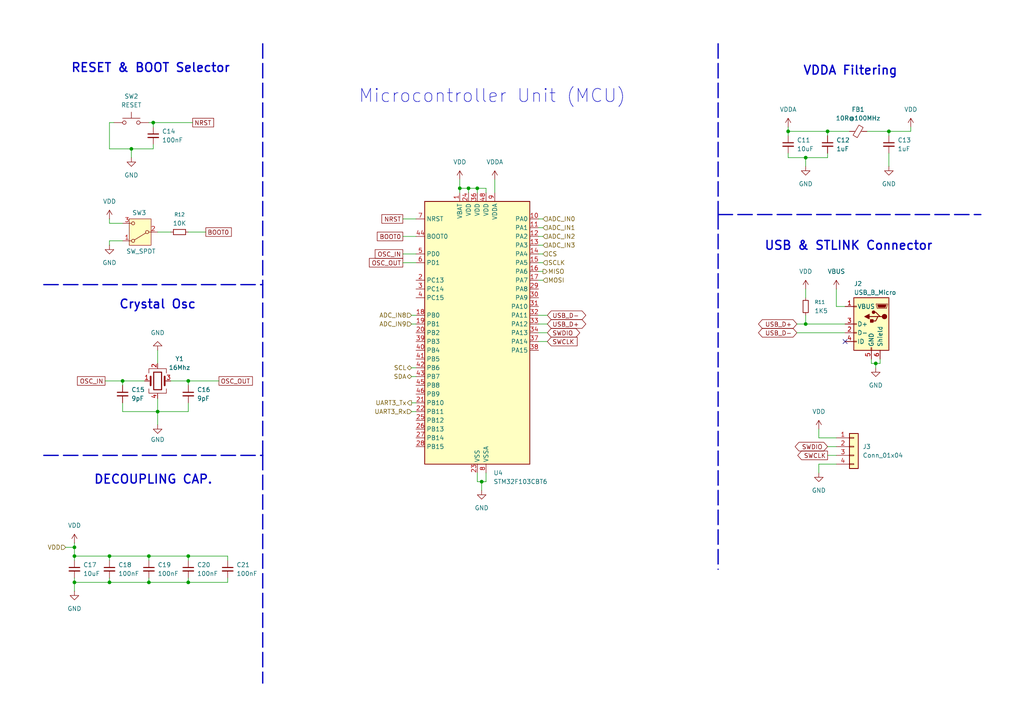
<source format=kicad_sch>
(kicad_sch (version 20250114) (generator "eeschema") (generator_version "9.0")
  (paper "A4")
  (lib_symbols
    (symbol "Connector:USB_B_Micro" (pin_names (offset 1.016))
      (property "Reference" "J" (at -5.08 11.43 0))
      (property "Value" "USB_B_Micro" (at -5.08 8.89 0))
      (symbol "USB_B_Micro_0_1"
        (rectangle (start -5.08 -7.62) (end 5.08 7.62) (stroke (width 0.254)) (fill (type background)))
        (polyline (pts (xy -4.699 5.842) (xy -4.699 5.588) (xy -4.445 4.826) (xy -4.445 4.572) (xy -1.651 4.572) (xy -1.651 4.826) (xy -1.397 5.588) (xy -1.397 5.842) (xy -4.699 5.842)))
        (polyline (pts (xy -4.318 5.588) (xy -1.778 5.588) (xy -2.032 4.826) (xy -4.064 4.826) (xy -4.318 5.588)) (fill (type outline)))
        (circle (center -3.81 2.159) (radius 0.635) (stroke (width 0.254)) (fill (type outline)))
        (polyline (pts (xy -3.175 2.159) (xy -2.54 2.159) (xy -1.27 3.429) (xy -0.635 3.429)) (stroke (width 0.254)))
        (polyline (pts (xy -2.54 2.159) (xy -1.905 2.159) (xy -1.27 0.889) (xy 0 0.889)) (stroke (width 0.254)))
        (polyline (pts (xy -1.905 2.159) (xy 0.635 2.159)) (stroke (width 0.254)))
        (circle (center -0.635 3.429) (radius 0.381) (stroke (width 0.254)) (fill (type outline)))
        (rectangle (start -0.127 -7.62) (end 0.127 -6.858))
        (rectangle (start 0.254 1.27) (end -0.508 0.508) (stroke (width 0.254)) (fill (type outline)))
        (polyline (pts (xy 0.635 2.794) (xy 0.635 1.524) (xy 1.905 2.159) (xy 0.635 2.794)) (stroke (width 0.254)) (fill (type outline)))
        (rectangle (start 5.08 4.953) (end 4.318 5.207))
        (rectangle (start 5.08 -0.127) (end 4.318 0.127))
        (rectangle (start 5.08 -2.667) (end 4.318 -2.413))
        (rectangle (start 5.08 -5.207) (end 4.318 -4.953))
      )
      (symbol "USB_B_Micro_1_1"
        (pin passive line (at -2.54 -10.16 90) (length 2.54) (name "Shield") (number "6"))
        (pin power_out line (at 0 -10.16 90) (length 2.54) (name "GND") (number "5"))
        (pin power_out line (at 7.62 5.08 180) (length 2.54) (name "VBUS") (number "1"))
        (pin bidirectional line (at 7.62 0 180) (length 2.54) (name "D+") (number "3"))
        (pin bidirectional line (at 7.62 -2.54 180) (length 2.54) (name "D-") (number "2"))
        (pin passive line (at 7.62 -5.08 180) (length 2.54) (name "ID") (number "4"))
      )
    )
    (symbol "Connector_Generic:Conn_01x04" (pin_names (offset 1.016) (hide yes))
      (property "Reference" "J" (at 0 5.08 0))
      (property "Value" "Conn_01x04" (at 0 -7.62 0))
      (symbol "Conn_01x04_1_1"
        (rectangle (start -1.27 3.81) (end 1.27 -6.35) (stroke (width 0.254)) (fill (type background)))
        (rectangle (start -1.27 2.667) (end 0 2.413) (stroke (width 0.1524)))
        (rectangle (start -1.27 0.127) (end 0 -0.127) (stroke (width 0.1524)))
        (rectangle (start -1.27 -2.413) (end 0 -2.667) (stroke (width 0.1524)))
        (rectangle (start -1.27 -4.953) (end 0 -5.207) (stroke (width 0.1524)))
        (pin passive line (at -5.08 2.54 0) (length 3.81) (name "Pin_1") (number "1"))
        (pin passive line (at -5.08 0 0) (length 3.81) (name "Pin_2") (number "2"))
        (pin passive line (at -5.08 -2.54 0) (length 3.81) (name "Pin_3") (number "3"))
        (pin passive line (at -5.08 -5.08 0) (length 3.81) (name "Pin_4") (number "4"))
      )
    )
    (symbol "Device:C_Small" (pin_numbers (hide yes)) (pin_names (offset 0.254) (hide yes))
      (property "Reference" "C" (at 0.254 1.778 0))
      (property "Value" "C_Small" (at 0.254 -2.032 0))
      (symbol "C_Small_0_1"
        (polyline (pts (xy -1.524 0.508) (xy 1.524 0.508)) (stroke (width 0.3048)))
        (polyline (pts (xy -1.524 -0.508) (xy 1.524 -0.508)) (stroke (width 0.3302)))
      )
      (symbol "C_Small_1_1"
        (pin passive line (at 0 2.54 270) (length 2.032) (name "~") (number "1"))
        (pin passive line (at 0 -2.54 90) (length 2.032) (name "~") (number "2"))
      )
    )
    (symbol "Device:Crystal_GND24" (pin_names (offset 1.016) (hide yes))
      (property "Reference" "Y" (at 3.175 5.08 0))
      (property "Value" "Crystal_GND24" (at 3.175 3.175 0))
      (symbol "Crystal_GND24_0_1"
        (polyline (pts (xy -2.54 2.286) (xy -2.54 3.556) (xy 2.54 3.556) (xy 2.54 2.286)))
        (polyline (pts (xy -2.54 0) (xy -2.032 0)))
        (polyline (pts (xy -2.54 -2.286) (xy -2.54 -3.556) (xy 2.54 -3.556) (xy 2.54 -2.286)))
        (polyline (pts (xy -2.032 -1.27) (xy -2.032 1.27)) (stroke (width 0.508)))
        (rectangle (start -1.143 2.54) (end 1.143 -2.54) (stroke (width 0.3048)))
        (polyline (pts (xy 0 3.556) (xy 0 3.81)))
        (polyline (pts (xy 0 -3.81) (xy 0 -3.556)))
        (polyline (pts (xy 2.032 0) (xy 2.54 0)))
        (polyline (pts (xy 2.032 -1.27) (xy 2.032 1.27)) (stroke (width 0.508)))
      )
      (symbol "Crystal_GND24_1_1"
        (pin passive line (at -3.81 0 0) (length 1.27) (name "1") (number "1"))
        (pin passive line (at 0 5.08 270) (length 1.27) (name "2") (number "2"))
        (pin passive line (at 0 -5.08 90) (length 1.27) (name "4") (number "4"))
        (pin passive line (at 3.81 0 180) (length 1.27) (name "3") (number "3"))
      )
    )
    (symbol "Device:FerriteBead_Small" (pin_numbers (hide yes)) (pin_names (offset 0))
      (property "Reference" "FB" (at 1.905 1.27 0))
      (property "Value" "FerriteBead_Small" (at 1.905 -1.27 0))
      (symbol "FerriteBead_Small_0_1"
        (polyline (pts (xy -1.8288 0.2794) (xy -1.1176 1.4986) (xy 1.8288 -0.2032) (xy 1.1176 -1.4224) (xy -1.8288 0.2794)))
        (polyline (pts (xy 0 0.889) (xy 0 1.2954)))
        (polyline (pts (xy 0 -1.27) (xy 0 -0.7874)))
      )
      (symbol "FerriteBead_Small_1_1"
        (pin passive line (at 0 2.54 270) (length 1.27) (name "~") (number "1"))
        (pin passive line (at 0 -2.54 90) (length 1.27) (name "~") (number "2"))
      )
    )
    (symbol "Device:R_Small" (pin_numbers (hide yes)) (pin_names (offset 0.254) (hide yes))
      (property "Reference" "R" (at 0 0 90))
      (property "Value" "R_Small" (at 1.778 0 90))
      (symbol "R_Small_0_1"
        (rectangle (start -0.762 1.778) (end 0.762 -1.778) (stroke (width 0.2032)))
      )
      (symbol "R_Small_1_1"
        (pin passive line (at 0 2.54 270) (length 0.762) (name "~") (number "1"))
        (pin passive line (at 0 -2.54 90) (length 0.762) (name "~") (number "2"))
      )
    )
    (symbol "MCU_ST_STM32F1:STM32F103CBTx"
      (property "Reference" "U" (at -15.24 39.37 0))
      (property "Value" "STM32F103CBTx" (at 7.62 39.37 0))
      (symbol "STM32F103CBTx_0_1"
        (rectangle (start -15.24 -38.1) (end 15.24 38.1) (stroke (width 0.254)) (fill (type background)))
      )
      (symbol "STM32F103CBTx_1_1"
        (pin input line (at -17.78 33.02 0) (length 2.54) (name "NRST") (number "7"))
        (pin input line (at -17.78 27.94 0) (length 2.54) (name "BOOT0") (number "44"))
        (pin bidirectional line (at -17.78 22.86 0) (length 2.54) (name "PD0") (number "5"))
        (pin bidirectional line (at -17.78 20.32 0) (length 2.54) (name "PD1") (number "6"))
        (pin bidirectional line (at -17.78 15.24 0) (length 2.54) (name "PC13") (number "2"))
        (pin bidirectional line (at -17.78 12.7 0) (length 2.54) (name "PC14") (number "3"))
        (pin bidirectional line (at -17.78 10.16 0) (length 2.54) (name "PC15") (number "4"))
        (pin bidirectional line (at -17.78 5.08 0) (length 2.54) (name "PB0") (number "18"))
        (pin bidirectional line (at -17.78 2.54 0) (length 2.54) (name "PB1") (number "19"))
        (pin bidirectional line (at -17.78 0 0) (length 2.54) (name "PB2") (number "20"))
        (pin bidirectional line (at -17.78 -2.54 0) (length 2.54) (name "PB3") (number "39"))
        (pin bidirectional line (at -17.78 -5.08 0) (length 2.54) (name "PB4") (number "40"))
        (pin bidirectional line (at -17.78 -7.62 0) (length 2.54) (name "PB5") (number "41"))
        (pin bidirectional line (at -17.78 -10.16 0) (length 2.54) (name "PB6") (number "42"))
        (pin bidirectional line (at -17.78 -12.7 0) (length 2.54) (name "PB7") (number "43"))
        (pin bidirectional line (at -17.78 -15.24 0) (length 2.54) (name "PB8") (number "45"))
        (pin bidirectional line (at -17.78 -17.78 0) (length 2.54) (name "PB9") (number "46"))
        (pin bidirectional line (at -17.78 -20.32 0) (length 2.54) (name "PB10") (number "21"))
        (pin bidirectional line (at -17.78 -22.86 0) (length 2.54) (name "PB11") (number "22"))
        (pin bidirectional line (at -17.78 -25.4 0) (length 2.54) (name "PB12") (number "25"))
        (pin bidirectional line (at -17.78 -27.94 0) (length 2.54) (name "PB13") (number "26"))
        (pin bidirectional line (at -17.78 -30.48 0) (length 2.54) (name "PB14") (number "27"))
        (pin bidirectional line (at -17.78 -33.02 0) (length 2.54) (name "PB15") (number "28"))
        (pin power_in line (at -5.08 40.64 270) (length 2.54) (name "VBAT") (number "1"))
        (pin power_in line (at -2.54 40.64 270) (length 2.54) (name "VDD") (number "24"))
        (pin power_in line (at 0 40.64 270) (length 2.54) (name "VDD") (number "36"))
        (pin power_in line (at 0 -40.64 90) (length 2.54) (name "VSS") (number "23"))
        (pin passive line (at 0 -40.64 90) (length 2.54) (hide yes) (name "VSS") (number "35"))
        (pin passive line (at 0 -40.64 90) (length 2.54) (hide yes) (name "VSS") (number "47"))
        (pin power_in line (at 2.54 40.64 270) (length 2.54) (name "VDD") (number "48"))
        (pin power_in line (at 2.54 -40.64 90) (length 2.54) (name "VSSA") (number "8"))
        (pin power_in line (at 5.08 40.64 270) (length 2.54) (name "VDDA") (number "9"))
        (pin bidirectional line (at 17.78 33.02 180) (length 2.54) (name "PA0") (number "10"))
        (pin bidirectional line (at 17.78 30.48 180) (length 2.54) (name "PA1") (number "11"))
        (pin bidirectional line (at 17.78 27.94 180) (length 2.54) (name "PA2") (number "12"))
        (pin bidirectional line (at 17.78 25.4 180) (length 2.54) (name "PA3") (number "13"))
        (pin bidirectional line (at 17.78 22.86 180) (length 2.54) (name "PA4") (number "14"))
        (pin bidirectional line (at 17.78 20.32 180) (length 2.54) (name "PA5") (number "15"))
        (pin bidirectional line (at 17.78 17.78 180) (length 2.54) (name "PA6") (number "16"))
        (pin bidirectional line (at 17.78 15.24 180) (length 2.54) (name "PA7") (number "17"))
        (pin bidirectional line (at 17.78 12.7 180) (length 2.54) (name "PA8") (number "29"))
        (pin bidirectional line (at 17.78 10.16 180) (length 2.54) (name "PA9") (number "30"))
        (pin bidirectional line (at 17.78 7.62 180) (length 2.54) (name "PA10") (number "31"))
        (pin bidirectional line (at 17.78 5.08 180) (length 2.54) (name "PA11") (number "32"))
        (pin bidirectional line (at 17.78 2.54 180) (length 2.54) (name "PA12") (number "33"))
        (pin bidirectional line (at 17.78 0 180) (length 2.54) (name "PA13") (number "34"))
        (pin bidirectional line (at 17.78 -2.54 180) (length 2.54) (name "PA14") (number "37"))
        (pin bidirectional line (at 17.78 -5.08 180) (length 2.54) (name "PA15") (number "38"))
      )
    )
    (symbol "Switch:SW_Push" (pin_numbers (hide yes)) (pin_names (offset 1.016) (hide yes))
      (property "Reference" "SW" (at 1.27 2.54 0))
      (property "Value" "SW_Push" (at 0 -1.524 0))
      (symbol "SW_Push_0_1"
        (circle (center -2.032 0) (radius 0.508))
        (polyline (pts (xy 0 1.27) (xy 0 3.048)))
        (circle (center 2.032 0) (radius 0.508))
        (polyline (pts (xy 2.54 1.27) (xy -2.54 1.27)))
        (pin passive line (at -5.08 0 0) (length 2.54) (name "1") (number "1"))
        (pin passive line (at 5.08 0 180) (length 2.54) (name "2") (number "2"))
      )
    )
    (symbol "Switch:SW_SPDT" (pin_names (offset 0) (hide yes))
      (property "Reference" "SW" (at 0 5.08 0))
      (property "Value" "SW_SPDT" (at 0 -5.08 0))
      (symbol "SW_SPDT_0_1"
        (circle (center -2.032 0) (radius 0.4572))
        (polyline (pts (xy -1.651 0.254) (xy 1.651 2.286)))
        (circle (center 2.032 2.54) (radius 0.4572))
        (circle (center 2.032 -2.54) (radius 0.4572))
      )
      (symbol "SW_SPDT_1_1"
        (rectangle (start -3.175 3.81) (end 3.175 -3.81) (fill (type background)))
        (pin passive line (at -5.08 0 0) (length 2.54) (name "B") (number "2"))
        (pin passive line (at 5.08 2.54 180) (length 2.54) (name "A") (number "1"))
        (pin passive line (at 5.08 -2.54 180) (length 2.54) (name "C") (number "3"))
      )
    )
    (symbol "power:GND" (power) (pin_numbers (hide yes)) (pin_names (offset 0) (hide yes))
      (property "Value" "GND" (at 0 -3.81 0))
      (symbol "GND_0_1"
        (polyline (pts (xy 0 0) (xy 0 -1.27) (xy 1.27 -1.27) (xy 0 -2.54) (xy -1.27 -1.27) (xy 0 -1.27)))
      )
      (symbol "GND_1_1"
        (pin power_in line (at 0 0 270) (length 0) (name "~") (number "1"))
      )
    )
    (symbol "power:VBUS" (power) (pin_numbers (hide yes)) (pin_names (offset 0) (hide yes))
      (property "Value" "VBUS" (at 0 3.556 0))
      (symbol "VBUS_0_1"
        (polyline (pts (xy -0.762 1.27) (xy 0 2.54)))
        (polyline (pts (xy 0 2.54) (xy 0.762 1.27)))
        (polyline (pts (xy 0 0) (xy 0 2.54)))
      )
      (symbol "VBUS_1_1"
        (pin power_in line (at 0 0 90) (length 0) (name "~") (number "1"))
      )
    )
    (symbol "power:VDD" (power) (pin_numbers (hide yes)) (pin_names (offset 0) (hide yes))
      (property "Value" "VDD" (at 0 3.556 0))
      (symbol "VDD_0_1"
        (polyline (pts (xy -0.762 1.27) (xy 0 2.54)))
        (polyline (pts (xy 0 2.54) (xy 0.762 1.27)))
        (polyline (pts (xy 0 0) (xy 0 2.54)))
      )
      (symbol "VDD_1_1"
        (pin power_in line (at 0 0 90) (length 0) (name "~") (number "1"))
      )
    )
    (symbol "power:VDDA" (power) (pin_numbers (hide yes)) (pin_names (offset 0) (hide yes))
      (property "Value" "VDDA" (at 0 3.556 0))
      (symbol "VDDA_0_1"
        (polyline (pts (xy -0.762 1.27) (xy 0 2.54)))
        (polyline (pts (xy 0 2.54) (xy 0.762 1.27)))
        (polyline (pts (xy 0 0) (xy 0 2.54)))
      )
      (symbol "VDDA_1_1"
        (pin power_in line (at 0 0 90) (length 0) (name "~") (number "1"))
      )
    )
  )
  (text "VDDA Filtering" (at 246.634 20.574 0) (effects (font (size 2.54 2.54) (thickness 0.4064) (bold yes))))
  (text "Crystal Osc\n" (at 45.72 88.392 0) (effects (font (size 2.54 2.54) (thickness 0.4064) (bold yes))))
  (text "DECOUPLING CAP.\n" (at 44.45 139.192 0) (effects (font (size 2.54 2.54) (thickness 0.4064) (bold yes))))
  (text "RESET & BOOT Selector" (at 43.688 19.812 0) (effects (font (size 2.54 2.54) (thickness 0.4064) (bold yes))))
  (text "Microcontroller Unit (MCU)" (at 142.748 27.94 0) (effects (font (size 3.81 3.81))))
  (text "USB & STLINK Connector" (at 246.126 71.374 0) (effects (font (size 2.54 2.54) (thickness 0.4064) (bold yes))))
  (junction (at 45.72 119.38))
  (junction (at 54.61 161.29))
  (junction (at 43.18 161.29))
  (junction (at 257.81 38.1))
  (junction (at 31.75 168.91))
  (junction (at 35.56 110.49))
  (junction (at 233.68 45.72))
  (junction (at 21.59 158.75))
  (junction (at 44.45 35.56))
  (junction (at 240.03 38.1))
  (junction (at 138.43 54.61))
  (junction (at 228.6 38.1))
  (junction (at 38.1 43.18))
  (junction (at 21.59 168.91))
  (junction (at 54.61 168.91))
  (junction (at 43.18 168.91))
  (junction (at 21.59 161.29))
  (junction (at 31.75 161.29))
  (junction (at 139.7 139.7))
  (junction (at 54.61 110.49))
  (junction (at 233.68 93.98))
  (junction (at 135.89 54.61))
  (junction (at 254 105.41))
  (junction (at 133.35 54.61))
  (no_connect (at 245.11 99.06))
  (wire (pts (xy 66.04 161.29) (xy 66.04 162.56)))
  (wire (pts (xy 116.84 68.58) (xy 120.65 68.58)))
  (wire (pts (xy 228.6 39.37) (xy 228.6 38.1)))
  (wire (pts (xy 228.6 38.1) (xy 228.6 36.83)))
  (wire (pts (xy 251.46 38.1) (xy 257.81 38.1)))
  (wire (pts (xy 19.05 158.75) (xy 21.59 158.75)))
  (wire (pts (xy 157.48 63.5) (xy 156.21 63.5)))
  (wire (pts (xy 31.75 64.77) (xy 35.56 64.77)))
  (wire (pts (xy 31.75 35.56) (xy 31.75 43.18)))
  (wire (pts (xy 31.75 168.91) (xy 31.75 167.64)))
  (wire (pts (xy 228.6 45.72) (xy 228.6 44.45)))
  (wire (pts (xy 135.89 54.61) (xy 133.35 54.61)))
  (polyline (pts (xy 76.2 12.7) (xy 76.2 82.55)) (stroke (width 0.381) (type dash)))
  (wire (pts (xy 31.75 71.12) (xy 31.75 69.85)))
  (wire (pts (xy 157.48 76.2) (xy 156.21 76.2)))
  (wire (pts (xy 138.43 54.61) (xy 135.89 54.61)))
  (polyline (pts (xy 12.7 132.08) (xy 76.2 132.08)) (stroke (width 0.381) (type dash)))
  (wire (pts (xy 119.38 119.38) (xy 120.65 119.38)))
  (wire (pts (xy 21.59 158.75) (xy 21.59 161.29)))
  (wire (pts (xy 43.18 35.56) (xy 44.45 35.56)))
  (wire (pts (xy 237.49 127) (xy 242.57 127)))
  (wire (pts (xy 119.38 106.68) (xy 120.65 106.68)))
  (wire (pts (xy 119.38 91.44) (xy 120.65 91.44)))
  (wire (pts (xy 140.97 54.61) (xy 138.43 54.61)))
  (wire (pts (xy 233.68 45.72) (xy 228.6 45.72)))
  (polyline (pts (xy 208.28 62.23) (xy 208.28 165.1)) (stroke (width 0.381) (type dash)))
  (polyline (pts (xy 12.7 82.55) (xy 76.2 82.55)) (stroke (width 0.381) (type dash)))
  (wire (pts (xy 242.57 83.82) (xy 242.57 88.9)))
  (wire (pts (xy 31.75 35.56) (xy 33.02 35.56)))
  (wire (pts (xy 240.03 45.72) (xy 240.03 44.45)))
  (wire (pts (xy 252.73 104.14) (xy 252.73 105.41)))
  (wire (pts (xy 158.75 93.98) (xy 156.21 93.98)))
  (wire (pts (xy 116.84 76.2) (xy 120.65 76.2)))
  (wire (pts (xy 233.68 91.44) (xy 233.68 93.98)))
  (wire (pts (xy 21.59 157.48) (xy 21.59 158.75)))
  (wire (pts (xy 21.59 168.91) (xy 31.75 168.91)))
  (wire (pts (xy 43.18 168.91) (xy 43.18 167.64)))
  (wire (pts (xy 138.43 55.88) (xy 138.43 54.61)))
  (wire (pts (xy 31.75 43.18) (xy 38.1 43.18)))
  (wire (pts (xy 140.97 55.88) (xy 140.97 54.61)))
  (wire (pts (xy 54.61 110.49) (xy 63.5 110.49)))
  (wire (pts (xy 116.84 73.66) (xy 120.65 73.66)))
  (wire (pts (xy 21.59 161.29) (xy 31.75 161.29)))
  (wire (pts (xy 133.35 52.07) (xy 133.35 54.61)))
  (wire (pts (xy 237.49 124.46) (xy 237.49 127)))
  (wire (pts (xy 158.75 91.44) (xy 156.21 91.44)))
  (wire (pts (xy 139.7 139.7) (xy 139.7 142.24)))
  (wire (pts (xy 233.68 45.72) (xy 240.03 45.72)))
  (wire (pts (xy 66.04 168.91) (xy 66.04 167.64)))
  (wire (pts (xy 140.97 139.7) (xy 140.97 137.16)))
  (wire (pts (xy 254 105.41) (xy 254 106.68)))
  (wire (pts (xy 31.75 161.29) (xy 43.18 161.29)))
  (wire (pts (xy 21.59 168.91) (xy 21.59 167.64)))
  (wire (pts (xy 45.72 67.31) (xy 49.53 67.31)))
  (polyline (pts (xy 208.28 12.7) (xy 208.28 62.23)) (stroke (width 0.381) (type dash)))
  (wire (pts (xy 43.18 161.29) (xy 43.18 162.56)))
  (wire (pts (xy 38.1 45.72) (xy 38.1 43.18)))
  (wire (pts (xy 158.75 96.52) (xy 156.21 96.52)))
  (wire (pts (xy 233.68 83.82) (xy 233.68 86.36)))
  (wire (pts (xy 257.81 38.1) (xy 264.16 38.1)))
  (wire (pts (xy 116.84 63.5) (xy 120.65 63.5)))
  (wire (pts (xy 38.1 43.18) (xy 44.45 43.18)))
  (wire (pts (xy 54.61 161.29) (xy 54.61 162.56)))
  (wire (pts (xy 31.75 161.29) (xy 31.75 162.56)))
  (wire (pts (xy 157.48 81.28) (xy 156.21 81.28)))
  (wire (pts (xy 45.72 123.19) (xy 45.72 119.38)))
  (wire (pts (xy 138.43 139.7) (xy 139.7 139.7)))
  (wire (pts (xy 233.68 48.26) (xy 233.68 45.72)))
  (wire (pts (xy 240.03 132.08) (xy 242.57 132.08)))
  (wire (pts (xy 240.03 129.54) (xy 242.57 129.54)))
  (wire (pts (xy 240.03 38.1) (xy 246.38 38.1)))
  (wire (pts (xy 35.56 111.76) (xy 35.56 110.49)))
  (wire (pts (xy 21.59 168.91) (xy 21.59 171.45)))
  (wire (pts (xy 45.72 115.57) (xy 45.72 119.38)))
  (wire (pts (xy 257.81 48.26) (xy 257.81 44.45)))
  (wire (pts (xy 54.61 110.49) (xy 54.61 111.76)))
  (wire (pts (xy 43.18 161.29) (xy 54.61 161.29)))
  (wire (pts (xy 157.48 66.04) (xy 156.21 66.04)))
  (wire (pts (xy 35.56 110.49) (xy 41.91 110.49)))
  (wire (pts (xy 133.35 54.61) (xy 133.35 55.88)))
  (wire (pts (xy 54.61 116.84) (xy 54.61 119.38)))
  (wire (pts (xy 35.56 116.84) (xy 35.56 119.38)))
  (wire (pts (xy 43.18 168.91) (xy 54.61 168.91)))
  (wire (pts (xy 264.16 36.83) (xy 264.16 38.1)))
  (wire (pts (xy 237.49 137.16) (xy 237.49 134.62)))
  (wire (pts (xy 158.75 99.06) (xy 156.21 99.06)))
  (wire (pts (xy 242.57 88.9) (xy 245.11 88.9)))
  (wire (pts (xy 31.75 63.5) (xy 31.75 64.77)))
  (polyline (pts (xy 76.2 132.08) (xy 76.2 82.55)) (stroke (width 0.381) (type dash)))
  (polyline (pts (xy 208.28 62.23) (xy 284.48 62.23)) (stroke (width 0.381) (type dash)))
  (wire (pts (xy 54.61 119.38) (xy 45.72 119.38)))
  (wire (pts (xy 231.14 93.98) (xy 233.68 93.98)))
  (wire (pts (xy 45.72 101.6) (xy 45.72 105.41)))
  (wire (pts (xy 59.69 67.31) (xy 54.61 67.31)))
  (wire (pts (xy 233.68 93.98) (xy 245.11 93.98)))
  (polyline (pts (xy 76.2 132.08) (xy 76.2 198.12)) (stroke (width 0.381) (type dash)))
  (wire (pts (xy 157.48 68.58) (xy 156.21 68.58)))
  (wire (pts (xy 143.51 52.07) (xy 143.51 55.88)))
  (wire (pts (xy 228.6 38.1) (xy 240.03 38.1)))
  (wire (pts (xy 231.14 96.52) (xy 245.11 96.52)))
  (wire (pts (xy 237.49 134.62) (xy 242.57 134.62)))
  (wire (pts (xy 44.45 43.18) (xy 44.45 41.91)))
  (wire (pts (xy 119.38 93.98) (xy 120.65 93.98)))
  (wire (pts (xy 54.61 168.91) (xy 54.61 167.64)))
  (wire (pts (xy 139.7 139.7) (xy 140.97 139.7)))
  (wire (pts (xy 157.48 73.66) (xy 156.21 73.66)))
  (wire (pts (xy 157.48 71.12) (xy 156.21 71.12)))
  (wire (pts (xy 44.45 35.56) (xy 55.88 35.56)))
  (wire (pts (xy 119.38 116.84) (xy 120.65 116.84)))
  (wire (pts (xy 44.45 36.83) (xy 44.45 35.56)))
  (wire (pts (xy 254 105.41) (xy 255.27 105.41)))
  (wire (pts (xy 257.81 39.37) (xy 257.81 38.1)))
  (wire (pts (xy 35.56 119.38) (xy 45.72 119.38)))
  (wire (pts (xy 31.75 69.85) (xy 35.56 69.85)))
  (wire (pts (xy 31.75 168.91) (xy 43.18 168.91)))
  (wire (pts (xy 119.38 109.22) (xy 120.65 109.22)))
  (wire (pts (xy 54.61 161.29) (xy 66.04 161.29)))
  (wire (pts (xy 21.59 161.29) (xy 21.59 162.56)))
  (wire (pts (xy 30.48 110.49) (xy 35.56 110.49)))
  (wire (pts (xy 240.03 38.1) (xy 240.03 39.37)))
  (wire (pts (xy 49.53 110.49) (xy 54.61 110.49)))
  (wire (pts (xy 157.48 78.74) (xy 156.21 78.74)))
  (wire (pts (xy 255.27 105.41) (xy 255.27 104.14)))
  (wire (pts (xy 138.43 137.16) (xy 138.43 139.7)))
  (wire (pts (xy 252.73 105.41) (xy 254 105.41)))
  (wire (pts (xy 135.89 55.88) (xy 135.89 54.61)))
  (wire (pts (xy 54.61 168.91) (xy 66.04 168.91)))
  (global_label "SWCLK" (shape output) (at 240.03 132.08 180) (property "Intersheetrefs" "${INTERSHEET_REFS}" (effects (hide yes))))
  (global_label "USB_D+" (shape bidirectional) (at 231.14 93.98 180) (property "Intersheetrefs" "${INTERSHEET_REFS}" (effects (hide yes))))
  (global_label "SWDIO" (shape bidirectional) (at 158.75 96.52 0) (property "Intersheetrefs" "${INTERSHEET_REFS}" (effects (hide yes))))
  (global_label "OSC_IN" (shape passive) (at 30.48 110.49 180) (property "Intersheetrefs" "${INTERSHEET_REFS}" (effects (hide yes))))
  (global_label "NRST" (shape passive) (at 55.88 35.56 0) (property "Intersheetrefs" "${INTERSHEET_REFS}" (effects (hide yes))))
  (global_label "USB_D+" (shape bidirectional) (at 158.75 93.98 0) (property "Intersheetrefs" "${INTERSHEET_REFS}" (effects (hide yes))))
  (global_label "SWCLK" (shape input) (at 158.75 99.06 0) (property "Intersheetrefs" "${INTERSHEET_REFS}" (effects (hide yes))))
  (global_label "OSC_OUT" (shape passive) (at 116.84 76.2 180) (property "Intersheetrefs" "${INTERSHEET_REFS}" (effects (hide yes))))
  (global_label "BOOT0" (shape passive) (at 116.84 68.58 180) (property "Intersheetrefs" "${INTERSHEET_REFS}" (effects (hide yes))))
  (global_label "USB_D-" (shape bidirectional) (at 158.75 91.44 0) (property "Intersheetrefs" "${INTERSHEET_REFS}" (effects (hide yes))))
  (global_label "BOOT0" (shape passive) (at 59.69 67.31 0) (property "Intersheetrefs" "${INTERSHEET_REFS}" (effects (hide yes))))
  (global_label "USB_D-" (shape bidirectional) (at 231.14 96.52 180) (property "Intersheetrefs" "${INTERSHEET_REFS}" (effects (hide yes))))
  (global_label "OSC_IN" (shape passive) (at 116.84 73.66 180) (property "Intersheetrefs" "${INTERSHEET_REFS}" (effects (hide yes))))
  (global_label "OSC_OUT" (shape passive) (at 63.5 110.49 0) (property "Intersheetrefs" "${INTERSHEET_REFS}" (effects (hide yes))))
  (global_label "SWDIO" (shape bidirectional) (at 240.03 129.54 180) (property "Intersheetrefs" "${INTERSHEET_REFS}" (effects (hide yes))))
  (global_label "NRST" (shape passive) (at 116.84 63.5 180) (property "Intersheetrefs" "${INTERSHEET_REFS}" (effects (hide yes))))
  (hierarchical_label "MOSI" (shape input) (at 157.48 81.28 0))
  (hierarchical_label "ADC_IN8" (shape input) (at 119.38 91.44 180))
  (hierarchical_label "SDA" (shape bidirectional) (at 119.38 109.22 180))
  (hierarchical_label "SCLK" (shape input) (at 157.48 76.2 0))
  (hierarchical_label "UART3_Rx" (shape input) (at 119.38 119.38 180))
  (hierarchical_label "UART3_Tx" (shape output) (at 119.38 116.84 180))
  (hierarchical_label "ADC_IN2" (shape input) (at 157.48 68.58 0))
  (hierarchical_label "ADC_IN9" (shape input) (at 119.38 93.98 180))
  (hierarchical_label "ADC_IN3" (shape input) (at 157.48 71.12 0))
  (hierarchical_label "VDD" (shape input) (at 19.05 158.75 180))
  (hierarchical_label "CS" (shape input) (at 157.48 73.66 0))
  (hierarchical_label "MISO" (shape output) (at 157.48 78.74 0))
  (hierarchical_label "ADC_IN0" (shape input) (at 157.48 63.5 0))
  (hierarchical_label "ADC_IN1" (shape input) (at 157.48 66.04 0))
  (hierarchical_label "SCL" (shape bidirectional) (at 119.38 106.68 180))
  (symbol (lib_id "power:GND") (at 233.68 48.26 0) (unit 1)
    (property "Reference" "#PWR027" (effects (hide yes)))
    (property "Value" "GND" (at 233.68 53.34 0))
    (property "Description" "Power symbol creates a global label with name \"GND\" , ground" (effects (hide yes)))
  )
  (symbol (lib_id "power:GND") (at 21.59 171.45 0) (unit 1)
    (property "Reference" "#PWR042" (effects (hide yes)))
    (property "Value" "GND" (at 21.59 176.53 0))
    (property "Description" "Power symbol creates a global label with name \"GND\" , ground" (effects (hide yes)))
  )
  (symbol (lib_id "power:GND") (at 257.81 48.26 0) (unit 1)
    (property "Reference" "#PWR028" (effects (hide yes)))
    (property "Value" "GND" (at 257.81 53.34 0))
    (property "Description" "Power symbol creates a global label with name \"GND\" , ground" (effects (hide yes)))
  )
  (symbol (lib_id "power:GND") (at 254 106.68 0) (unit 1)
    (property "Reference" "#PWR033" (effects (hide yes)))
    (property "Value" "GND" (at 254 111.76 0))
    (property "Description" "Power symbol creates a global label with name \"GND\" , ground" (effects (hide yes)))
  )
  (symbol (lib_id "power:VBUS") (at 242.57 83.82 0) (unit 1)
    (property "Reference" "#PWR032" (effects (hide yes)))
    (property "Value" "VBUS" (at 242.57 78.74 0))
    (property "Description" "Power symbol creates a global label with name \"VBUS\"" (effects (hide yes)))
  )
  (symbol (lib_id "power:GND") (at 38.1 45.72 0) (unit 1)
    (property "Reference" "#PWR036" (effects (hide yes)))
    (property "Value" "GND" (at 38.1 50.8 0))
    (property "Description" "Power symbol creates a global label with name \"GND\" , ground" (effects (hide yes)))
  )
  (symbol (lib_id "Device:C_Small") (at 31.75 165.1 0) (unit 1)
    (property "Reference" "C18" (at 34.29 163.8362 0) (effects (justify left)))
    (property "Value" "100nF" (at 34.29 166.3762 0) (effects (justify left)))
    (property "Description" "Unpolarized capacitor, small symbol" (effects (hide yes)))
  )
  (symbol (lib_id "power:VDD") (at 237.49 124.46 0) (unit 1)
    (property "Reference" "#PWR035" (effects (hide yes)))
    (property "Value" "VDD" (at 237.49 119.38 0))
    (property "Description" "Power symbol creates a global label with name \"VDD\"" (effects (hide yes)))
  )
  (symbol (lib_id "power:VDD") (at 233.68 83.82 0) (unit 1)
    (property "Reference" "#PWR031" (effects (hide yes)))
    (property "Value" "VDD" (at 233.68 78.74 0))
    (property "Description" "Power symbol creates a global label with name \"VDD\"" (effects (hide yes)))
  )
  (symbol (lib_id "power:VDD") (at 31.75 63.5 0) (unit 1)
    (property "Reference" "#PWR037" (effects (hide yes)))
    (property "Value" "VDD" (at 31.75 58.42 0))
    (property "Description" "Power symbol creates a global label with name \"VDD\"" (effects (hide yes)))
  )
  (symbol (lib_id "Device:R_Small") (at 52.07 67.31 90) (unit 1)
    (property "Reference" "R12" (at 52.07 62.23 90) (effects (font (size 1.016 1.016))))
    (property "Value" "10K" (at 52.07 64.77 90))
    (property "Description" "Resistor, small symbol" (effects (hide yes)))
  )
  (symbol (lib_id "power:GND") (at 45.72 101.6 180) (unit 1)
    (property "Reference" "#PWR040" (effects (hide yes)))
    (property "Value" "GND" (at 45.72 96.52 0))
    (property "Description" "Power symbol creates a global label with name \"GND\" , ground" (effects (hide yes)))
  )
  (symbol (lib_id "power:GND") (at 237.49 137.16 0) (unit 1)
    (property "Reference" "#PWR034" (effects (hide yes)))
    (property "Value" "GND" (at 237.49 142.24 0))
    (property "Description" "Power symbol creates a global label with name \"GND\" , ground" (effects (hide yes)))
  )
  (symbol (lib_id "Device:C_Small") (at 43.18 165.1 0) (unit 1)
    (property "Reference" "C19" (at 45.72 163.8362 0) (effects (justify left)))
    (property "Value" "100nF" (at 45.72 166.3762 0) (effects (justify left)))
    (property "Description" "Unpolarized capacitor, small symbol" (effects (hide yes)))
  )
  (symbol (lib_id "Device:C_Small") (at 257.81 41.91 0) (unit 1)
    (property "Reference" "C13" (at 260.35 40.6462 0) (effects (justify left)))
    (property "Value" "1uF" (at 260.35 43.1862 0) (effects (justify left)))
    (property "Description" "Unpolarized capacitor, small symbol" (effects (hide yes)))
  )
  (symbol (lib_id "Device:C_Small") (at 21.59 165.1 0) (unit 1)
    (property "Reference" "C17" (at 24.13 163.8362 0) (effects (justify left)))
    (property "Value" "10uF" (at 24.13 166.3762 0) (effects (justify left)))
    (property "Description" "Unpolarized capacitor, small symbol" (effects (hide yes)))
  )
  (symbol (lib_id "Device:C_Small") (at 228.6 41.91 0) (unit 1)
    (property "Reference" "C11" (at 231.14 40.6462 0) (effects (justify left)))
    (property "Value" "10uF" (at 231.14 43.1862 0) (effects (justify left)))
    (property "Description" "Unpolarized capacitor, small symbol" (effects (hide yes)))
  )
  (symbol (lib_id "power:GND") (at 139.7 142.24 0) (unit 1)
    (property "Reference" "#PWR043" (effects (hide yes)))
    (property "Value" "GND" (at 139.7 147.32 0))
    (property "Description" "Power symbol creates a global label with name \"GND\" , ground" (effects (hide yes)))
  )
  (symbol (lib_id "power:VDD") (at 264.16 36.83 0) (unit 1)
    (property "Reference" "#PWR030" (effects (hide yes)))
    (property "Value" "VDD" (at 264.16 31.75 0))
    (property "Description" "Power symbol creates a global label with name \"VDD\"" (effects (hide yes)))
  )
  (symbol (lib_id "power:GND") (at 45.72 123.19 0) (unit 1)
    (property "Reference" "#PWR039" (effects (hide yes)))
    (property "Value" "GND" (at 45.72 127.508 0))
    (property "Description" "Power symbol creates a global label with name \"GND\" , ground" (effects (hide yes)))
  )
  (symbol (lib_id "Device:C_Small") (at 44.45 39.37 0) (unit 1)
    (property "Reference" "C14" (at 46.99 38.1062 0) (effects (justify left)))
    (property "Value" "100nF" (at 46.99 40.6462 0) (effects (justify left)))
    (property "Description" "Unpolarized capacitor, small symbol" (effects (hide yes)))
  )
  (symbol (lib_id "Device:Crystal_GND24") (at 45.72 110.49 0) (unit 1)
    (property "Reference" "Y1" (at 52.07 104.0698 0))
    (property "Value" "16Mhz" (at 52.07 106.6098 0))
    (property "Description" "Four pin crystal, GND on pins 2 and 4" (effects (hide yes)))
  )
  (symbol (lib_id "power:GND") (at 31.75 71.12 0) (unit 1)
    (property "Reference" "#PWR038" (effects (hide yes)))
    (property "Value" "GND" (at 31.75 76.2 0))
    (property "Description" "Power symbol creates a global label with name \"GND\" , ground" (effects (hide yes)))
  )
  (symbol (lib_id "Device:C_Small") (at 54.61 114.3 0) (unit 1)
    (property "Reference" "C16" (at 57.15 113.0362 0) (effects (justify left)))
    (property "Value" "9pF" (at 57.15 115.5762 0) (effects (justify left)))
    (property "Description" "Unpolarized capacitor, small symbol" (effects (hide yes)))
  )
  (symbol (lib_id "power:VDD") (at 133.35 52.07 0) (unit 1)
    (property "Reference" "#PWR029" (effects (hide yes)))
    (property "Value" "VDD" (at 133.35 46.99 0))
    (property "Description" "Power symbol creates a global label with name \"VDD\"" (effects (hide yes)))
  )
  (symbol (lib_id "Connector_Generic:Conn_01x04") (at 247.65 129.54 0) (unit 1)
    (property "Reference" "J3" (at 250.19 129.5399 0) (effects (justify left)))
    (property "Value" "Conn_01x04" (at 250.19 132.0799 0) (effects (justify left)))
    (property "Description" "Generic connector, single row, 01x04, script generated (kicad-library-utils/schlib/autogen/connector/)" (effects (hide yes)))
  )
  (symbol (lib_id "Switch:SW_SPDT") (at 40.64 67.31 180) (unit 1)
    (property "Reference" "SW3" (at 40.386 61.722 0))
    (property "Value" "SW_SPDT" (at 40.894 72.898 0))
    (property "Description" "Switch, single pole double throw" (effects (hide yes)))
  )
  (symbol (lib_id "Device:R_Small") (at 233.68 88.9 0) (unit 1)
    (property "Reference" "R11" (at 236.22 87.6299 0) (effects (font (size 1.016 1.016)) (justify left)))
    (property "Value" "1K5" (at 236.22 90.1699 0) (effects (justify left)))
    (property "Description" "Resistor, small symbol" (effects (hide yes)))
  )
  (symbol (lib_id "MCU_ST_STM32F1:STM32F103CBTx") (at 138.43 96.52 0) (unit 1)
    (property "Reference" "U4" (at 143.1133 137.16 0) (effects (justify left)))
    (property "Value" "STM32F103CBT6" (at 143.1133 139.7 0) (effects (justify left)))
    (property "Footprint" "Package_QFP:LQFP-48_7x7mm_P0.5mm" (effects (hide yes)))
    (property "Datasheet" "https://www.st.com/resource/en/datasheet/stm32f103cb.pdf" (effects (hide yes)))
    (property "Description" "STMicroelectronics Arm Cortex-M3 MCU, 128KB flash, 20KB RAM, 72 MHz, 2.0-3.6V, 37 GPIO, LQFP48" (effects (hide yes)))
  )
  (symbol (lib_id "Device:FerriteBead_Small") (at 248.92 38.1 90) (unit 1)
    (property "Reference" "FB1" (at 248.8819 31.75 90))
    (property "Value" "10R@100MHz" (at 248.8819 34.29 90))
    (property "Description" "Ferrite bead, small symbol" (effects (hide yes)))
  )
  (symbol (lib_id "power:VDDA") (at 143.51 52.07 0) (unit 1)
    (property "Reference" "#PWR025" (effects (hide yes)))
    (property "Value" "VDDA" (at 143.51 46.99 0))
    (property "Description" "Power symbol creates a global label with name \"VDDA\"" (effects (hide yes)))
  )
  (symbol (lib_id "Device:C_Small") (at 35.56 114.3 0) (unit 1)
    (property "Reference" "C15" (at 38.1 113.0362 0) (effects (justify left)))
    (property "Value" "9pF" (at 38.1 115.5762 0) (effects (justify left)))
    (property "Description" "Unpolarized capacitor, small symbol" (effects (hide yes)))
  )
  (symbol (lib_id "Connector:USB_B_Micro") (at 252.73 93.98 0) (mirror y) (unit 1)
    (property "Reference" "J2" (at 247.65 82.296 0) (effects (justify right)))
    (property "Value" "USB_B_Micro" (at 247.65 84.836 0) (effects (justify right)))
    (property "Description" "USB Micro Type B connector" (effects (hide yes)))
  )
  (symbol (lib_id "Device:C_Small") (at 240.03 41.91 0) (unit 1)
    (property "Reference" "C12" (at 242.57 40.6462 0) (effects (justify left)))
    (property "Value" "1uF" (at 242.57 43.1862 0) (effects (justify left)))
    (property "Description" "Unpolarized capacitor, small symbol" (effects (hide yes)))
  )
  (symbol (lib_id "power:VDDA") (at 21.59 157.48 0) (unit 1)
    (property "Reference" "#PWR041" (effects (hide yes)))
    (property "Value" "VDD" (at 21.59 152.4 0))
    (property "Description" "Power symbol creates a global label with name \"VDDA\"" (effects (hide yes)))
  )
  (symbol (lib_id "Device:C_Small") (at 54.61 165.1 0) (unit 1)
    (property "Reference" "C20" (at 57.15 163.8362 0) (effects (justify left)))
    (property "Value" "100nF" (at 57.15 166.3762 0) (effects (justify left)))
    (property "Description" "Unpolarized capacitor, small symbol" (effects (hide yes)))
  )
  (symbol (lib_id "power:VDDA") (at 228.6 36.83 0) (unit 1)
    (property "Reference" "#PWR026" (effects (hide yes)))
    (property "Value" "VDDA" (at 228.6 31.75 0))
    (property "Description" "Power symbol creates a global label with name \"VDDA\"" (effects (hide yes)))
  )
  (symbol (lib_id "Switch:SW_Push") (at 38.1 35.56 0) (unit 1)
    (property "Reference" "SW2" (at 38.1 27.94 0))
    (property "Value" "RESET" (at 38.1 30.48 0))
    (property "Description" "Push button switch, generic, two pins" (effects (hide yes)))
  )
  (symbol (lib_id "Device:C_Small") (at 66.04 165.1 0) (unit 1)
    (property "Reference" "C21" (at 68.58 163.8362 0) (effects (justify left)))
    (property "Value" "100nF" (at 68.58 166.3762 0) (effects (justify left)))
    (property "Description" "Unpolarized capacitor, small symbol" (effects (hide yes)))
  )
)
</source>
